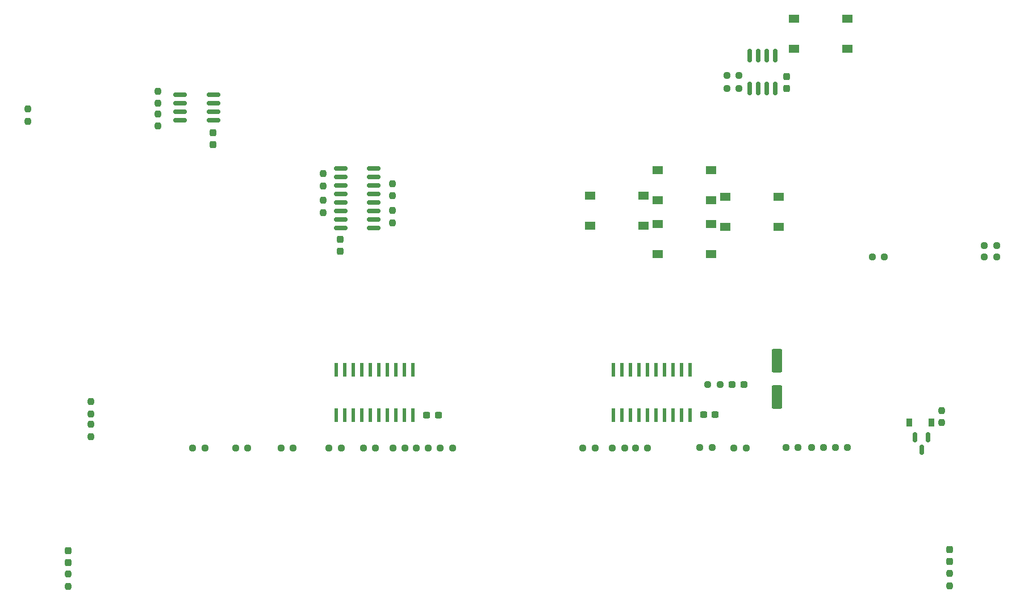
<source format=gbr>
%TF.GenerationSoftware,KiCad,Pcbnew,(6.0.5)*%
%TF.CreationDate,2022-06-04T14:58:40-04:00*%
%TF.ProjectId,BBB_16,4242425f-3136-42e6-9b69-6361645f7063,v2*%
%TF.SameCoordinates,Original*%
%TF.FileFunction,Paste,Top*%
%TF.FilePolarity,Positive*%
%FSLAX46Y46*%
G04 Gerber Fmt 4.6, Leading zero omitted, Abs format (unit mm)*
G04 Created by KiCad (PCBNEW (6.0.5)) date 2022-06-04 14:58:40*
%MOMM*%
%LPD*%
G01*
G04 APERTURE LIST*
G04 Aperture macros list*
%AMRoundRect*
0 Rectangle with rounded corners*
0 $1 Rounding radius*
0 $2 $3 $4 $5 $6 $7 $8 $9 X,Y pos of 4 corners*
0 Add a 4 corners polygon primitive as box body*
4,1,4,$2,$3,$4,$5,$6,$7,$8,$9,$2,$3,0*
0 Add four circle primitives for the rounded corners*
1,1,$1+$1,$2,$3*
1,1,$1+$1,$4,$5*
1,1,$1+$1,$6,$7*
1,1,$1+$1,$8,$9*
0 Add four rect primitives between the rounded corners*
20,1,$1+$1,$2,$3,$4,$5,0*
20,1,$1+$1,$4,$5,$6,$7,0*
20,1,$1+$1,$6,$7,$8,$9,0*
20,1,$1+$1,$8,$9,$2,$3,0*%
G04 Aperture macros list end*
%ADD10RoundRect,0.237500X-0.300000X-0.237500X0.300000X-0.237500X0.300000X0.237500X-0.300000X0.237500X0*%
%ADD11R,0.900000X1.200000*%
%ADD12RoundRect,0.237500X0.237500X-0.250000X0.237500X0.250000X-0.237500X0.250000X-0.237500X-0.250000X0*%
%ADD13RoundRect,0.237500X-0.237500X0.287500X-0.237500X-0.287500X0.237500X-0.287500X0.237500X0.287500X0*%
%ADD14RoundRect,0.237500X-0.237500X0.250000X-0.237500X-0.250000X0.237500X-0.250000X0.237500X0.250000X0*%
%ADD15RoundRect,0.237500X-0.287500X-0.237500X0.287500X-0.237500X0.287500X0.237500X-0.287500X0.237500X0*%
%ADD16RoundRect,0.237500X0.250000X0.237500X-0.250000X0.237500X-0.250000X-0.237500X0.250000X-0.237500X0*%
%ADD17RoundRect,0.237500X-0.237500X0.300000X-0.237500X-0.300000X0.237500X-0.300000X0.237500X0.300000X0*%
%ADD18R,1.550000X1.300000*%
%ADD19R,0.558800X2.159000*%
%ADD20RoundRect,0.237500X0.237500X-0.300000X0.237500X0.300000X-0.237500X0.300000X-0.237500X-0.300000X0*%
%ADD21RoundRect,0.150000X-0.150000X0.825000X-0.150000X-0.825000X0.150000X-0.825000X0.150000X0.825000X0*%
%ADD22RoundRect,0.150000X0.825000X0.150000X-0.825000X0.150000X-0.825000X-0.150000X0.825000X-0.150000X0*%
%ADD23RoundRect,0.237500X-0.250000X-0.237500X0.250000X-0.237500X0.250000X0.237500X-0.250000X0.237500X0*%
%ADD24RoundRect,0.250000X0.550000X-1.500000X0.550000X1.500000X-0.550000X1.500000X-0.550000X-1.500000X0*%
%ADD25RoundRect,0.150000X-0.150000X0.587500X-0.150000X-0.587500X0.150000X-0.587500X0.150000X0.587500X0*%
G04 APERTURE END LIST*
D10*
%TO.C,C4*%
X132029500Y-105949800D03*
X133754500Y-105949800D03*
%TD*%
%TO.C,C3*%
X173304500Y-105899800D03*
X175029500Y-105899800D03*
%TD*%
D11*
%TO.C,D1*%
X203967000Y-107049800D03*
X207267000Y-107049800D03*
%TD*%
D12*
%TO.C,R1*%
X91967000Y-59412300D03*
X91967000Y-57587300D03*
%TD*%
%TO.C,R2*%
X91967000Y-62812300D03*
X91967000Y-60987300D03*
%TD*%
D13*
%TO.C,D5*%
X78567000Y-126224800D03*
X78567000Y-127974800D03*
%TD*%
%TO.C,D6*%
X209967000Y-126024800D03*
X209967000Y-127774800D03*
%TD*%
D14*
%TO.C,R4*%
X78567000Y-129687300D03*
X78567000Y-131512300D03*
%TD*%
%TO.C,R5*%
X209967000Y-129587300D03*
X209967000Y-131412300D03*
%TD*%
D15*
%TO.C,D4*%
X177592000Y-101399800D03*
X179342000Y-101399800D03*
%TD*%
D16*
%TO.C,R7*%
X178589500Y-55219800D03*
X176764500Y-55219800D03*
%TD*%
D17*
%TO.C,C5*%
X100217000Y-63812300D03*
X100217000Y-65537300D03*
%TD*%
D18*
%TO.C,SW5*%
X186792000Y-46749800D03*
X194742000Y-46749800D03*
X186792000Y-51249800D03*
X194742000Y-51249800D03*
%TD*%
D19*
%TO.C,U4*%
X171332000Y-99171600D03*
X170062000Y-99171600D03*
X168792000Y-99171600D03*
X167522000Y-99171600D03*
X166252000Y-99171600D03*
X164982000Y-99171600D03*
X163712000Y-99171600D03*
X162442000Y-99171600D03*
X161172000Y-99171600D03*
X159902000Y-99171600D03*
X159902000Y-105928000D03*
X161172000Y-105928000D03*
X162442000Y-105928000D03*
X163712000Y-105928000D03*
X164982000Y-105928000D03*
X166252000Y-105928000D03*
X167522000Y-105928000D03*
X168792000Y-105928000D03*
X170062000Y-105928000D03*
X171332000Y-105928000D03*
%TD*%
D20*
%TO.C,C6*%
X185677000Y-57144800D03*
X185677000Y-55419800D03*
%TD*%
D16*
%TO.C,R6*%
X178589500Y-57199800D03*
X176764500Y-57199800D03*
%TD*%
D21*
%TO.C,U6*%
X184012000Y-52254800D03*
X182742000Y-52254800D03*
X181472000Y-52254800D03*
X180202000Y-52254800D03*
X180202000Y-57204800D03*
X181472000Y-57204800D03*
X182742000Y-57204800D03*
X184012000Y-57204800D03*
%TD*%
D19*
%TO.C,U3*%
X129982000Y-99171600D03*
X128712000Y-99171600D03*
X127442000Y-99171600D03*
X126172000Y-99171600D03*
X124902000Y-99171600D03*
X123632000Y-99171600D03*
X122362000Y-99171600D03*
X121092000Y-99171600D03*
X119822000Y-99171600D03*
X118552000Y-99171600D03*
X118552000Y-105928000D03*
X119822000Y-105928000D03*
X121092000Y-105928000D03*
X122362000Y-105928000D03*
X123632000Y-105928000D03*
X124902000Y-105928000D03*
X126172000Y-105928000D03*
X127442000Y-105928000D03*
X128712000Y-105928000D03*
X129982000Y-105928000D03*
%TD*%
D22*
%TO.C,U5*%
X100242000Y-61904800D03*
X100242000Y-60634800D03*
X100242000Y-59364800D03*
X100242000Y-58094800D03*
X95292000Y-58094800D03*
X95292000Y-59364800D03*
X95292000Y-60634800D03*
X95292000Y-61904800D03*
%TD*%
D18*
%TO.C,SW3*%
X166492000Y-77449800D03*
X174442000Y-77449800D03*
X174442000Y-81949800D03*
X166492000Y-81949800D03*
%TD*%
D17*
%TO.C,C7*%
X119167000Y-79737300D03*
X119167000Y-81462300D03*
%TD*%
D22*
%TO.C,U7*%
X124142000Y-78044800D03*
X124142000Y-76774800D03*
X124142000Y-75504800D03*
X124142000Y-74234800D03*
X124142000Y-72964800D03*
X124142000Y-71694800D03*
X124142000Y-70424800D03*
X124142000Y-69154800D03*
X119192000Y-69154800D03*
X119192000Y-70424800D03*
X119192000Y-71694800D03*
X119192000Y-72964800D03*
X119192000Y-74234800D03*
X119192000Y-75504800D03*
X119192000Y-76774800D03*
X119192000Y-78044800D03*
%TD*%
D18*
%TO.C,SW2*%
X166492000Y-69349800D03*
X174442000Y-69349800D03*
X166492000Y-73849800D03*
X174442000Y-73849800D03*
%TD*%
%TO.C,SW1*%
X156392000Y-73149800D03*
X164342000Y-73149800D03*
X164342000Y-77649800D03*
X156392000Y-77649800D03*
%TD*%
%TO.C,SW4*%
X176592000Y-73349800D03*
X184542000Y-73349800D03*
X184542000Y-77849800D03*
X176592000Y-77849800D03*
%TD*%
D12*
%TO.C,R9*%
X82017000Y-109162300D03*
X82017000Y-107337300D03*
%TD*%
%TO.C,R10*%
X82017000Y-105762300D03*
X82017000Y-103937300D03*
%TD*%
D23*
%TO.C,R3*%
X173954500Y-101399800D03*
X175779500Y-101399800D03*
%TD*%
D24*
%TO.C,C2*%
X184267000Y-103249800D03*
X184267000Y-97849800D03*
%TD*%
D14*
%TO.C,R8*%
X72542000Y-60262300D03*
X72542000Y-62087300D03*
%TD*%
D23*
%TO.C,R11*%
X198454500Y-82299800D03*
X200279500Y-82299800D03*
%TD*%
D16*
%TO.C,R12*%
X217004500Y-82324800D03*
X215179500Y-82324800D03*
%TD*%
D23*
%TO.C,R13*%
X215179500Y-80649800D03*
X217004500Y-80649800D03*
%TD*%
%TO.C,R31*%
X172754500Y-110799800D03*
X174579500Y-110799800D03*
%TD*%
D16*
%TO.C,R22*%
X124404500Y-110849800D03*
X122579500Y-110849800D03*
%TD*%
D23*
%TO.C,R20*%
X130454500Y-110849800D03*
X132279500Y-110849800D03*
%TD*%
D16*
%TO.C,R26*%
X98979500Y-110849800D03*
X97154500Y-110849800D03*
%TD*%
%TO.C,R25*%
X105354500Y-110849800D03*
X103529500Y-110849800D03*
%TD*%
D25*
%TO.C,Q1*%
X206767000Y-109262300D03*
X204867000Y-109262300D03*
X205817000Y-111137300D03*
%TD*%
D16*
%TO.C,R23*%
X119279500Y-110849800D03*
X117454500Y-110849800D03*
%TD*%
D12*
%TO.C,R17*%
X126967000Y-77212300D03*
X126967000Y-75387300D03*
%TD*%
D16*
%TO.C,R33*%
X161529500Y-110899800D03*
X159704500Y-110899800D03*
%TD*%
D23*
%TO.C,R19*%
X134054500Y-110849800D03*
X135879500Y-110849800D03*
%TD*%
D12*
%TO.C,R16*%
X126967000Y-73212300D03*
X126967000Y-71387300D03*
%TD*%
D16*
%TO.C,R34*%
X157129500Y-110899800D03*
X155304500Y-110899800D03*
%TD*%
%TO.C,R24*%
X112129500Y-110849800D03*
X110304500Y-110849800D03*
%TD*%
D23*
%TO.C,R32*%
X163154500Y-110899800D03*
X164979500Y-110899800D03*
%TD*%
%TO.C,R27*%
X192954500Y-110799800D03*
X194779500Y-110799800D03*
%TD*%
D14*
%TO.C,R14*%
X208817000Y-105237300D03*
X208817000Y-107062300D03*
%TD*%
%TO.C,R15*%
X116567000Y-73887300D03*
X116567000Y-75712300D03*
%TD*%
D23*
%TO.C,R28*%
X189404500Y-110799800D03*
X191229500Y-110799800D03*
%TD*%
D14*
%TO.C,R18*%
X116567000Y-69887300D03*
X116567000Y-71712300D03*
%TD*%
D23*
%TO.C,R29*%
X185604500Y-110799800D03*
X187429500Y-110799800D03*
%TD*%
%TO.C,R30*%
X177854500Y-110849800D03*
X179679500Y-110849800D03*
%TD*%
%TO.C,R21*%
X127004500Y-110849800D03*
X128829500Y-110849800D03*
%TD*%
M02*

</source>
